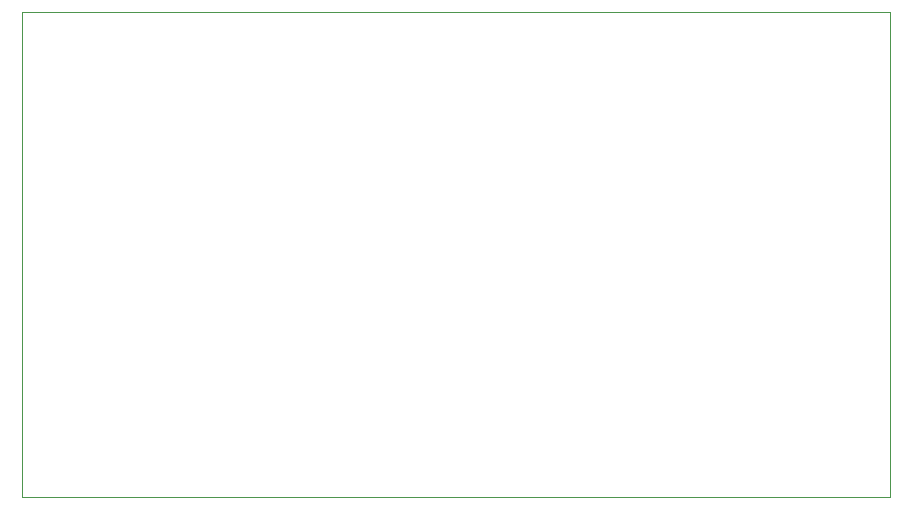
<source format=gbr>
%TF.GenerationSoftware,KiCad,Pcbnew,9.0.2*%
%TF.CreationDate,2025-06-27T22:36:13+12:00*%
%TF.ProjectId,cardReader,63617264-5265-4616-9465-722e6b696361,rev?*%
%TF.SameCoordinates,Original*%
%TF.FileFunction,Profile,NP*%
%FSLAX46Y46*%
G04 Gerber Fmt 4.6, Leading zero omitted, Abs format (unit mm)*
G04 Created by KiCad (PCBNEW 9.0.2) date 2025-06-27 22:36:13*
%MOMM*%
%LPD*%
G01*
G04 APERTURE LIST*
%TA.AperFunction,Profile*%
%ADD10C,0.050000*%
%TD*%
G04 APERTURE END LIST*
D10*
X65000000Y-46000000D02*
X138500000Y-46000000D01*
X138500000Y-87000000D01*
X65000000Y-87000000D01*
X65000000Y-46000000D01*
M02*

</source>
